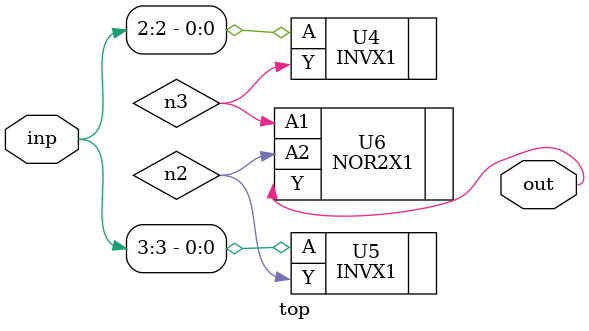
<source format=sv>


module top ( inp, out );
  input [3:0] inp;
  output out;
  wire   n2, n3;

  INVX1 U4 ( .A(inp[2]), .Y(n3) );
  INVX1 U5 ( .A(inp[3]), .Y(n2) );
  NOR2X1 U6 ( .A1(n3), .A2(n2), .Y(out) );
endmodule


</source>
